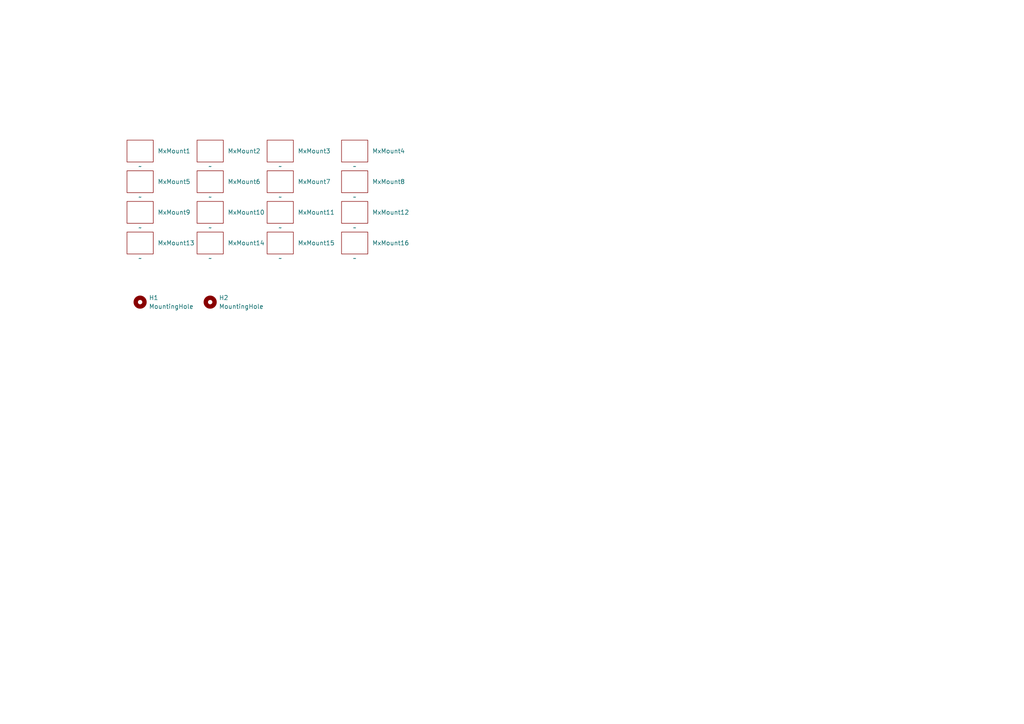
<source format=kicad_sch>
(kicad_sch (version 20230121) (generator eeschema)

  (uuid 5d3da9e4-11ff-462d-8d28-6bd1305dd7f1)

  (paper "A4")

  (lib_symbols
    (symbol "Mechanical:MountingHole" (pin_names (offset 1.016)) (in_bom yes) (on_board yes)
      (property "Reference" "H" (at 0 5.08 0)
        (effects (font (size 1.27 1.27)))
      )
      (property "Value" "MountingHole" (at 0 3.175 0)
        (effects (font (size 1.27 1.27)))
      )
      (property "Footprint" "" (at 0 0 0)
        (effects (font (size 1.27 1.27)) hide)
      )
      (property "Datasheet" "~" (at 0 0 0)
        (effects (font (size 1.27 1.27)) hide)
      )
      (property "ki_keywords" "mounting hole" (at 0 0 0)
        (effects (font (size 1.27 1.27)) hide)
      )
      (property "ki_description" "Mounting Hole without connection" (at 0 0 0)
        (effects (font (size 1.27 1.27)) hide)
      )
      (property "ki_fp_filters" "MountingHole*" (at 0 0 0)
        (effects (font (size 1.27 1.27)) hide)
      )
      (symbol "MountingHole_0_1"
        (circle (center 0 0) (radius 1.27)
          (stroke (width 1.27) (type default))
          (fill (type none))
        )
      )
    )
    (symbol "grid:MX_Keys_Mount" (in_bom yes) (on_board yes)
      (property "Reference" "MxMount" (at 0 0 0)
        (effects (font (size 1.27 1.27)))
      )
      (property "Value" "" (at 0 0 0)
        (effects (font (size 1.27 1.27)))
      )
      (property "Footprint" "" (at 0 0 0)
        (effects (font (size 1.27 1.27)) hide)
      )
      (property "Datasheet" "" (at 0 0 0)
        (effects (font (size 1.27 1.27)) hide)
      )
      (symbol "MX_Keys_Mount_0_1"
        (rectangle (start -3.81 7.62) (end 3.81 1.27)
          (stroke (width 0) (type default))
          (fill (type none))
        )
      )
    )
  )


  (symbol (lib_id "grid:MX_Keys_Mount") (at 40.64 57.15 0) (unit 1)
    (in_bom yes) (on_board yes) (dnp no) (fields_autoplaced)
    (uuid 07081382-11b5-4f71-97b1-37093ce99596)
    (property "Reference" "MxMount5" (at 45.72 52.705 0)
      (effects (font (size 1.27 1.27)) (justify left))
    )
    (property "Value" "~" (at 40.64 57.15 0)
      (effects (font (size 1.27 1.27)))
    )
    (property "Footprint" "grid:MX_Keys_Mount" (at 40.64 57.15 0)
      (effects (font (size 1.27 1.27)) hide)
    )
    (property "Datasheet" "" (at 40.64 57.15 0)
      (effects (font (size 1.27 1.27)) hide)
    )
    (instances
      (project "Mechanical_Cell_4x4_Top"
        (path "/5d3da9e4-11ff-462d-8d28-6bd1305dd7f1"
          (reference "MxMount5") (unit 1)
        )
      )
    )
  )

  (symbol (lib_id "grid:MX_Keys_Mount") (at 102.87 48.26 0) (unit 1)
    (in_bom yes) (on_board yes) (dnp no) (fields_autoplaced)
    (uuid 0f84d433-2f21-4ac0-8a6d-001ede5ecb7d)
    (property "Reference" "MxMount4" (at 107.95 43.815 0)
      (effects (font (size 1.27 1.27)) (justify left))
    )
    (property "Value" "~" (at 102.87 48.26 0)
      (effects (font (size 1.27 1.27)))
    )
    (property "Footprint" "grid:MX_Keys_Mount" (at 102.87 48.26 0)
      (effects (font (size 1.27 1.27)) hide)
    )
    (property "Datasheet" "" (at 102.87 48.26 0)
      (effects (font (size 1.27 1.27)) hide)
    )
    (instances
      (project "Mechanical_Cell_4x4_Top"
        (path "/5d3da9e4-11ff-462d-8d28-6bd1305dd7f1"
          (reference "MxMount4") (unit 1)
        )
      )
    )
  )

  (symbol (lib_id "grid:MX_Keys_Mount") (at 60.96 48.26 0) (unit 1)
    (in_bom yes) (on_board yes) (dnp no) (fields_autoplaced)
    (uuid 13058a55-7a58-44a7-b4ad-561856e0e0fc)
    (property "Reference" "MxMount2" (at 66.04 43.815 0)
      (effects (font (size 1.27 1.27)) (justify left))
    )
    (property "Value" "~" (at 60.96 48.26 0)
      (effects (font (size 1.27 1.27)))
    )
    (property "Footprint" "grid:MX_Keys_Mount" (at 60.96 48.26 0)
      (effects (font (size 1.27 1.27)) hide)
    )
    (property "Datasheet" "" (at 60.96 48.26 0)
      (effects (font (size 1.27 1.27)) hide)
    )
    (instances
      (project "Mechanical_Cell_4x4_Top"
        (path "/5d3da9e4-11ff-462d-8d28-6bd1305dd7f1"
          (reference "MxMount2") (unit 1)
        )
      )
    )
  )

  (symbol (lib_id "Mechanical:MountingHole") (at 60.96 87.63 0) (unit 1)
    (in_bom yes) (on_board yes) (dnp no) (fields_autoplaced)
    (uuid 2039f446-f4d6-4c37-a650-4fd0b373f97d)
    (property "Reference" "H2" (at 63.5 86.36 0)
      (effects (font (size 1.27 1.27)) (justify left))
    )
    (property "Value" "MountingHole" (at 63.5 88.9 0)
      (effects (font (size 1.27 1.27)) (justify left))
    )
    (property "Footprint" "grid:MountingHole_M2" (at 60.96 87.63 0)
      (effects (font (size 1.27 1.27)) hide)
    )
    (property "Datasheet" "~" (at 60.96 87.63 0)
      (effects (font (size 1.27 1.27)) hide)
    )
    (instances
      (project "Mechanical_Cell_4x4_Top"
        (path "/5d3da9e4-11ff-462d-8d28-6bd1305dd7f1"
          (reference "H2") (unit 1)
        )
      )
    )
  )

  (symbol (lib_id "grid:MX_Keys_Mount") (at 60.96 66.04 0) (unit 1)
    (in_bom yes) (on_board yes) (dnp no) (fields_autoplaced)
    (uuid 2a838745-bf86-4520-91a7-64e65e348905)
    (property "Reference" "MxMount10" (at 66.04 61.595 0)
      (effects (font (size 1.27 1.27)) (justify left))
    )
    (property "Value" "~" (at 60.96 66.04 0)
      (effects (font (size 1.27 1.27)))
    )
    (property "Footprint" "grid:MX_Keys_Mount" (at 60.96 66.04 0)
      (effects (font (size 1.27 1.27)) hide)
    )
    (property "Datasheet" "" (at 60.96 66.04 0)
      (effects (font (size 1.27 1.27)) hide)
    )
    (instances
      (project "Mechanical_Cell_4x4_Top"
        (path "/5d3da9e4-11ff-462d-8d28-6bd1305dd7f1"
          (reference "MxMount10") (unit 1)
        )
      )
    )
  )

  (symbol (lib_id "grid:MX_Keys_Mount") (at 60.96 74.93 0) (unit 1)
    (in_bom yes) (on_board yes) (dnp no) (fields_autoplaced)
    (uuid 3d6c4a8b-ff4c-4c91-890d-1038a57d4ff8)
    (property "Reference" "MxMount14" (at 66.04 70.485 0)
      (effects (font (size 1.27 1.27)) (justify left))
    )
    (property "Value" "~" (at 60.96 74.93 0)
      (effects (font (size 1.27 1.27)))
    )
    (property "Footprint" "grid:MX_Keys_Mount" (at 60.96 74.93 0)
      (effects (font (size 1.27 1.27)) hide)
    )
    (property "Datasheet" "" (at 60.96 74.93 0)
      (effects (font (size 1.27 1.27)) hide)
    )
    (instances
      (project "Mechanical_Cell_4x4_Top"
        (path "/5d3da9e4-11ff-462d-8d28-6bd1305dd7f1"
          (reference "MxMount14") (unit 1)
        )
      )
    )
  )

  (symbol (lib_id "grid:MX_Keys_Mount") (at 81.28 57.15 0) (unit 1)
    (in_bom yes) (on_board yes) (dnp no) (fields_autoplaced)
    (uuid 4ad077a2-b493-4116-82ec-b830379cf0ab)
    (property "Reference" "MxMount7" (at 86.36 52.705 0)
      (effects (font (size 1.27 1.27)) (justify left))
    )
    (property "Value" "~" (at 81.28 57.15 0)
      (effects (font (size 1.27 1.27)))
    )
    (property "Footprint" "grid:MX_Keys_Mount" (at 81.28 57.15 0)
      (effects (font (size 1.27 1.27)) hide)
    )
    (property "Datasheet" "" (at 81.28 57.15 0)
      (effects (font (size 1.27 1.27)) hide)
    )
    (instances
      (project "Mechanical_Cell_4x4_Top"
        (path "/5d3da9e4-11ff-462d-8d28-6bd1305dd7f1"
          (reference "MxMount7") (unit 1)
        )
      )
    )
  )

  (symbol (lib_id "grid:MX_Keys_Mount") (at 81.28 74.93 0) (unit 1)
    (in_bom yes) (on_board yes) (dnp no) (fields_autoplaced)
    (uuid 5048ee90-4809-4360-95ca-a62c84a83e3c)
    (property "Reference" "MxMount15" (at 86.36 70.485 0)
      (effects (font (size 1.27 1.27)) (justify left))
    )
    (property "Value" "~" (at 81.28 74.93 0)
      (effects (font (size 1.27 1.27)))
    )
    (property "Footprint" "grid:MX_Keys_Mount" (at 81.28 74.93 0)
      (effects (font (size 1.27 1.27)) hide)
    )
    (property "Datasheet" "" (at 81.28 74.93 0)
      (effects (font (size 1.27 1.27)) hide)
    )
    (instances
      (project "Mechanical_Cell_4x4_Top"
        (path "/5d3da9e4-11ff-462d-8d28-6bd1305dd7f1"
          (reference "MxMount15") (unit 1)
        )
      )
    )
  )

  (symbol (lib_id "grid:MX_Keys_Mount") (at 60.96 57.15 0) (unit 1)
    (in_bom yes) (on_board yes) (dnp no) (fields_autoplaced)
    (uuid 5c40ae81-2938-4644-b49d-d1802aa5d5c4)
    (property "Reference" "MxMount6" (at 66.04 52.705 0)
      (effects (font (size 1.27 1.27)) (justify left))
    )
    (property "Value" "~" (at 60.96 57.15 0)
      (effects (font (size 1.27 1.27)))
    )
    (property "Footprint" "grid:MX_Keys_Mount" (at 60.96 57.15 0)
      (effects (font (size 1.27 1.27)) hide)
    )
    (property "Datasheet" "" (at 60.96 57.15 0)
      (effects (font (size 1.27 1.27)) hide)
    )
    (instances
      (project "Mechanical_Cell_4x4_Top"
        (path "/5d3da9e4-11ff-462d-8d28-6bd1305dd7f1"
          (reference "MxMount6") (unit 1)
        )
      )
    )
  )

  (symbol (lib_id "grid:MX_Keys_Mount") (at 102.87 74.93 0) (unit 1)
    (in_bom yes) (on_board yes) (dnp no) (fields_autoplaced)
    (uuid 8196e789-4214-4aec-83e9-a0caa1f0dca5)
    (property "Reference" "MxMount16" (at 107.95 70.485 0)
      (effects (font (size 1.27 1.27)) (justify left))
    )
    (property "Value" "~" (at 102.87 74.93 0)
      (effects (font (size 1.27 1.27)))
    )
    (property "Footprint" "grid:MX_Keys_Mount" (at 102.87 74.93 0)
      (effects (font (size 1.27 1.27)) hide)
    )
    (property "Datasheet" "" (at 102.87 74.93 0)
      (effects (font (size 1.27 1.27)) hide)
    )
    (instances
      (project "Mechanical_Cell_4x4_Top"
        (path "/5d3da9e4-11ff-462d-8d28-6bd1305dd7f1"
          (reference "MxMount16") (unit 1)
        )
      )
    )
  )

  (symbol (lib_id "grid:MX_Keys_Mount") (at 102.87 57.15 0) (unit 1)
    (in_bom yes) (on_board yes) (dnp no) (fields_autoplaced)
    (uuid 8d51951a-5e93-4657-82ca-6d655431c947)
    (property "Reference" "MxMount8" (at 107.95 52.705 0)
      (effects (font (size 1.27 1.27)) (justify left))
    )
    (property "Value" "~" (at 102.87 57.15 0)
      (effects (font (size 1.27 1.27)))
    )
    (property "Footprint" "grid:MX_Keys_Mount" (at 102.87 57.15 0)
      (effects (font (size 1.27 1.27)) hide)
    )
    (property "Datasheet" "" (at 102.87 57.15 0)
      (effects (font (size 1.27 1.27)) hide)
    )
    (instances
      (project "Mechanical_Cell_4x4_Top"
        (path "/5d3da9e4-11ff-462d-8d28-6bd1305dd7f1"
          (reference "MxMount8") (unit 1)
        )
      )
    )
  )

  (symbol (lib_id "grid:MX_Keys_Mount") (at 102.87 66.04 0) (unit 1)
    (in_bom yes) (on_board yes) (dnp no) (fields_autoplaced)
    (uuid b275b871-9824-48b7-a415-3b26237808d2)
    (property "Reference" "MxMount12" (at 107.95 61.595 0)
      (effects (font (size 1.27 1.27)) (justify left))
    )
    (property "Value" "~" (at 102.87 66.04 0)
      (effects (font (size 1.27 1.27)))
    )
    (property "Footprint" "grid:MX_Keys_Mount" (at 102.87 66.04 0)
      (effects (font (size 1.27 1.27)) hide)
    )
    (property "Datasheet" "" (at 102.87 66.04 0)
      (effects (font (size 1.27 1.27)) hide)
    )
    (instances
      (project "Mechanical_Cell_4x4_Top"
        (path "/5d3da9e4-11ff-462d-8d28-6bd1305dd7f1"
          (reference "MxMount12") (unit 1)
        )
      )
    )
  )

  (symbol (lib_id "grid:MX_Keys_Mount") (at 81.28 66.04 0) (unit 1)
    (in_bom yes) (on_board yes) (dnp no) (fields_autoplaced)
    (uuid cf1c2fdb-70b8-4fb9-bb85-8ec2165157e2)
    (property "Reference" "MxMount11" (at 86.36 61.595 0)
      (effects (font (size 1.27 1.27)) (justify left))
    )
    (property "Value" "~" (at 81.28 66.04 0)
      (effects (font (size 1.27 1.27)))
    )
    (property "Footprint" "grid:MX_Keys_Mount" (at 81.28 66.04 0)
      (effects (font (size 1.27 1.27)) hide)
    )
    (property "Datasheet" "" (at 81.28 66.04 0)
      (effects (font (size 1.27 1.27)) hide)
    )
    (instances
      (project "Mechanical_Cell_4x4_Top"
        (path "/5d3da9e4-11ff-462d-8d28-6bd1305dd7f1"
          (reference "MxMount11") (unit 1)
        )
      )
    )
  )

  (symbol (lib_id "grid:MX_Keys_Mount") (at 40.64 74.93 0) (unit 1)
    (in_bom yes) (on_board yes) (dnp no) (fields_autoplaced)
    (uuid d98c8ec3-b19e-4792-9bdd-3bb596a13e5d)
    (property "Reference" "MxMount13" (at 45.72 70.485 0)
      (effects (font (size 1.27 1.27)) (justify left))
    )
    (property "Value" "~" (at 40.64 74.93 0)
      (effects (font (size 1.27 1.27)))
    )
    (property "Footprint" "grid:MX_Keys_Mount" (at 40.64 74.93 0)
      (effects (font (size 1.27 1.27)) hide)
    )
    (property "Datasheet" "" (at 40.64 74.93 0)
      (effects (font (size 1.27 1.27)) hide)
    )
    (instances
      (project "Mechanical_Cell_4x4_Top"
        (path "/5d3da9e4-11ff-462d-8d28-6bd1305dd7f1"
          (reference "MxMount13") (unit 1)
        )
      )
    )
  )

  (symbol (lib_id "grid:MX_Keys_Mount") (at 40.64 66.04 0) (unit 1)
    (in_bom yes) (on_board yes) (dnp no) (fields_autoplaced)
    (uuid dc54800e-67e5-441a-ae88-5358a0a74af9)
    (property "Reference" "MxMount9" (at 45.72 61.595 0)
      (effects (font (size 1.27 1.27)) (justify left))
    )
    (property "Value" "~" (at 40.64 66.04 0)
      (effects (font (size 1.27 1.27)))
    )
    (property "Footprint" "grid:MX_Keys_Mount" (at 40.64 66.04 0)
      (effects (font (size 1.27 1.27)) hide)
    )
    (property "Datasheet" "" (at 40.64 66.04 0)
      (effects (font (size 1.27 1.27)) hide)
    )
    (instances
      (project "Mechanical_Cell_4x4_Top"
        (path "/5d3da9e4-11ff-462d-8d28-6bd1305dd7f1"
          (reference "MxMount9") (unit 1)
        )
      )
    )
  )

  (symbol (lib_id "grid:MX_Keys_Mount") (at 40.64 48.26 0) (unit 1)
    (in_bom yes) (on_board yes) (dnp no) (fields_autoplaced)
    (uuid df4cf1a9-7928-41a4-b700-f6162fb0e9e7)
    (property "Reference" "MxMount1" (at 45.72 43.815 0)
      (effects (font (size 1.27 1.27)) (justify left))
    )
    (property "Value" "~" (at 40.64 48.26 0)
      (effects (font (size 1.27 1.27)))
    )
    (property "Footprint" "grid:MX_Keys_Mount" (at 40.64 48.26 0)
      (effects (font (size 1.27 1.27)) hide)
    )
    (property "Datasheet" "" (at 40.64 48.26 0)
      (effects (font (size 1.27 1.27)) hide)
    )
    (instances
      (project "Mechanical_Cell_4x4_Top"
        (path "/5d3da9e4-11ff-462d-8d28-6bd1305dd7f1"
          (reference "MxMount1") (unit 1)
        )
      )
    )
  )

  (symbol (lib_id "Mechanical:MountingHole") (at 40.64 87.63 0) (unit 1)
    (in_bom yes) (on_board yes) (dnp no) (fields_autoplaced)
    (uuid f6178423-f6a5-486f-b712-a661892dc03b)
    (property "Reference" "H1" (at 43.18 86.36 0)
      (effects (font (size 1.27 1.27)) (justify left))
    )
    (property "Value" "MountingHole" (at 43.18 88.9 0)
      (effects (font (size 1.27 1.27)) (justify left))
    )
    (property "Footprint" "grid:MountingHole_M2" (at 40.64 87.63 0)
      (effects (font (size 1.27 1.27)) hide)
    )
    (property "Datasheet" "~" (at 40.64 87.63 0)
      (effects (font (size 1.27 1.27)) hide)
    )
    (instances
      (project "Mechanical_Cell_4x4_Top"
        (path "/5d3da9e4-11ff-462d-8d28-6bd1305dd7f1"
          (reference "H1") (unit 1)
        )
      )
    )
  )

  (symbol (lib_id "grid:MX_Keys_Mount") (at 81.28 48.26 0) (unit 1)
    (in_bom yes) (on_board yes) (dnp no) (fields_autoplaced)
    (uuid fc339966-efdc-4209-b9f4-f0c80a8bc7ca)
    (property "Reference" "MxMount3" (at 86.36 43.815 0)
      (effects (font (size 1.27 1.27)) (justify left))
    )
    (property "Value" "~" (at 81.28 48.26 0)
      (effects (font (size 1.27 1.27)))
    )
    (property "Footprint" "grid:MX_Keys_Mount" (at 81.28 48.26 0)
      (effects (font (size 1.27 1.27)) hide)
    )
    (property "Datasheet" "" (at 81.28 48.26 0)
      (effects (font (size 1.27 1.27)) hide)
    )
    (instances
      (project "Mechanical_Cell_4x4_Top"
        (path "/5d3da9e4-11ff-462d-8d28-6bd1305dd7f1"
          (reference "MxMount3") (unit 1)
        )
      )
    )
  )

  (sheet_instances
    (path "/" (page "1"))
  )
)

</source>
